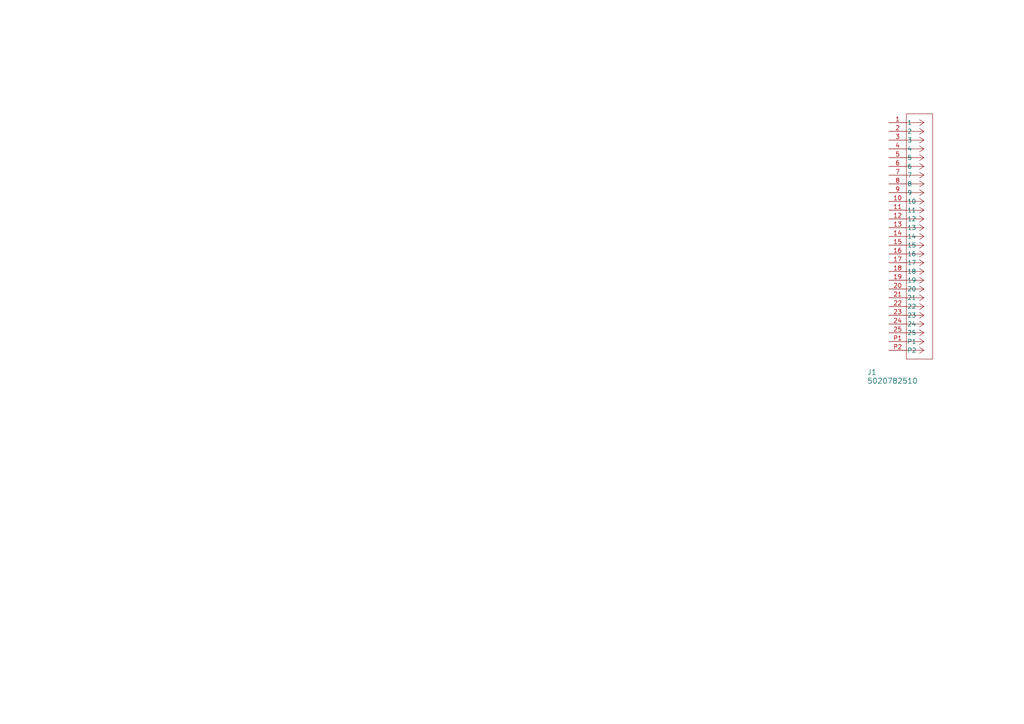
<source format=kicad_sch>
(kicad_sch (version 20230121) (generator eeschema)
  (paper "A4")
  (lib_symbols
    (symbol "2024-03-11_19-24-41:5020782510" (pin_names (offset 0.254))
      (property "Reference" "J" (at 8.89 6.35 0))
      (property "Value" "5020782510" (at -2.54 2.54 0))
      (symbol "5020782510_1_1"
        (polyline (pts (xy 5.08 -68.58) (xy 12.7 -68.58)) (stroke (width 0.127)))
        (polyline (pts (xy 5.08 2.54) (xy 5.08 -68.58)) (stroke (width 0.127)))
        (polyline (pts (xy 10.16 -66.04) (xy 5.08 -66.04)) (stroke (width 0.127)))
        (polyline (pts (xy 10.16 -66.04) (xy 8.89 -66.8867)) (stroke (width 0.127)))
        (polyline (pts (xy 10.16 -66.04) (xy 8.89 -65.1933)) (stroke (width 0.127)))
        (polyline (pts (xy 10.16 -63.5) (xy 5.08 -63.5)) (stroke (width 0.127)))
        (polyline (pts (xy 10.16 -63.5) (xy 8.89 -64.3467)) (stroke (width 0.127)))
        (polyline (pts (xy 10.16 -63.5) (xy 8.89 -62.6533)) (stroke (width 0.127)))
        (polyline (pts (xy 10.16 -60.96) (xy 5.08 -60.96)) (stroke (width 0.127)))
        (polyline (pts (xy 10.16 -60.96) (xy 8.89 -61.8067)) (stroke (width 0.127)))
        (polyline (pts (xy 10.16 -60.96) (xy 8.89 -60.1133)) (stroke (width 0.127)))
        (polyline (pts (xy 10.16 -58.42) (xy 5.08 -58.42)) (stroke (width 0.127)))
        (polyline (pts (xy 10.16 -58.42) (xy 8.89 -59.2667)) (stroke (width 0.127)))
        (polyline (pts (xy 10.16 -58.42) (xy 8.89 -57.5733)) (stroke (width 0.127)))
        (polyline (pts (xy 10.16 -55.88) (xy 5.08 -55.88)) (stroke (width 0.127)))
        (polyline (pts (xy 10.16 -55.88) (xy 8.89 -56.7267)) (stroke (width 0.127)))
        (polyline (pts (xy 10.16 -55.88) (xy 8.89 -55.0333)) (stroke (width 0.127)))
        (polyline (pts (xy 10.16 -53.34) (xy 5.08 -53.34)) (stroke (width 0.127)))
        (polyline (pts (xy 10.16 -53.34) (xy 8.89 -54.1867)) (stroke (width 0.127)))
        (polyline (pts (xy 10.16 -53.34) (xy 8.89 -52.4933)) (stroke (width 0.127)))
        (polyline (pts (xy 10.16 -50.8) (xy 5.08 -50.8)) (stroke (width 0.127)))
        (polyline (pts (xy 10.16 -50.8) (xy 8.89 -51.6467)) (stroke (width 0.127)))
        (polyline (pts (xy 10.16 -50.8) (xy 8.89 -49.9533)) (stroke (width 0.127)))
        (polyline (pts (xy 10.16 -48.26) (xy 5.08 -48.26)) (stroke (width 0.127)))
        (polyline (pts (xy 10.16 -48.26) (xy 8.89 -49.1067)) (stroke (width 0.127)))
        (polyline (pts (xy 10.16 -48.26) (xy 8.89 -47.4133)) (stroke (width 0.127)))
        (polyline (pts (xy 10.16 -45.72) (xy 5.08 -45.72)) (stroke (width 0.127)))
        (polyline (pts (xy 10.16 -45.72) (xy 8.89 -46.5667)) (stroke (width 0.127)))
        (polyline (pts (xy 10.16 -45.72) (xy 8.89 -44.8733)) (stroke (width 0.127)))
        (polyline (pts (xy 10.16 -43.18) (xy 5.08 -43.18)) (stroke (width 0.127)))
        (polyline (pts (xy 10.16 -43.18) (xy 8.89 -44.0267)) (stroke (width 0.127)))
        (polyline (pts (xy 10.16 -43.18) (xy 8.89 -42.3333)) (stroke (width 0.127)))
        (polyline (pts (xy 10.16 -40.64) (xy 5.08 -40.64)) (stroke (width 0.127)))
        (polyline (pts (xy 10.16 -40.64) (xy 8.89 -41.4867)) (stroke (width 0.127)))
        (polyline (pts (xy 10.16 -40.64) (xy 8.89 -39.7933)) (stroke (width 0.127)))
        (polyline (pts (xy 10.16 -38.1) (xy 5.08 -38.1)) (stroke (width 0.127)))
        (polyline (pts (xy 10.16 -38.1) (xy 8.89 -38.9467)) (stroke (width 0.127)))
        (polyline (pts (xy 10.16 -38.1) (xy 8.89 -37.2533)) (stroke (width 0.127)))
        (polyline (pts (xy 10.16 -35.56) (xy 5.08 -35.56)) (stroke (width 0.127)))
        (polyline (pts (xy 10.16 -35.56) (xy 8.89 -36.4067)) (stroke (width 0.127)))
        (polyline (pts (xy 10.16 -35.56) (xy 8.89 -34.7133)) (stroke (width 0.127)))
        (polyline (pts (xy 10.16 -33.02) (xy 5.08 -33.02)) (stroke (width 0.127)))
        (polyline (pts (xy 10.16 -33.02) (xy 8.89 -33.8667)) (stroke (width 0.127)))
        (polyline (pts (xy 10.16 -33.02) (xy 8.89 -32.1733)) (stroke (width 0.127)))
        (polyline (pts (xy 10.16 -30.48) (xy 5.08 -30.48)) (stroke (width 0.127)))
        (polyline (pts (xy 10.16 -30.48) (xy 8.89 -31.3267)) (stroke (width 0.127)))
        (polyline (pts (xy 10.16 -30.48) (xy 8.89 -29.6333)) (stroke (width 0.127)))
        (polyline (pts (xy 10.16 -27.94) (xy 5.08 -27.94)) (stroke (width 0.127)))
        (polyline (pts (xy 10.16 -27.94) (xy 8.89 -28.7867)) (stroke (width 0.127)))
        (polyline (pts (xy 10.16 -27.94) (xy 8.89 -27.0933)) (stroke (width 0.127)))
        (polyline (pts (xy 10.16 -25.4) (xy 5.08 -25.4)) (stroke (width 0.127)))
        (polyline (pts (xy 10.16 -25.4) (xy 8.89 -26.2467)) (stroke (width 0.127)))
        (polyline (pts (xy 10.16 -25.4) (xy 8.89 -24.5533)) (stroke (width 0.127)))
        (polyline (pts (xy 10.16 -22.86) (xy 5.08 -22.86)) (stroke (width 0.127)))
        (polyline (pts (xy 10.16 -22.86) (xy 8.89 -23.7067)) (stroke (width 0.127)))
        (polyline (pts (xy 10.16 -22.86) (xy 8.89 -22.0133)) (stroke (width 0.127)))
        (polyline (pts (xy 10.16 -20.32) (xy 5.08 -20.32)) (stroke (width 0.127)))
        (polyline (pts (xy 10.16 -20.32) (xy 8.89 -21.1667)) (stroke (width 0.127)))
        (polyline (pts (xy 10.16 -20.32) (xy 8.89 -19.4733)) (stroke (width 0.127)))
        (polyline (pts (xy 10.16 -17.78) (xy 5.08 -17.78)) (stroke (width 0.127)))
        (polyline (pts (xy 10.16 -17.78) (xy 8.89 -18.6267)) (stroke (width 0.127)))
        (polyline (pts (xy 10.16 -17.78) (xy 8.89 -16.9333)) (stroke (width 0.127)))
        (polyline (pts (xy 10.16 -15.24) (xy 5.08 -15.24)) (stroke (width 0.127)))
        (polyline (pts (xy 10.16 -15.24) (xy 8.89 -16.0867)) (stroke (width 0.127)))
        (polyline (pts (xy 10.16 -15.24) (xy 8.89 -14.3933)) (stroke (width 0.127)))
        (polyline (pts (xy 10.16 -12.7) (xy 5.08 -12.7)) (stroke (width 0.127)))
        (polyline (pts (xy 10.16 -12.7) (xy 8.89 -13.5467)) (stroke (width 0.127)))
        (polyline (pts (xy 10.16 -12.7) (xy 8.89 -11.8533)) (stroke (width 0.127)))
        (polyline (pts (xy 10.16 -10.16) (xy 5.08 -10.16)) (stroke (width 0.127)))
        (polyline (pts (xy 10.16 -10.16) (xy 8.89 -11.0067)) (stroke (width 0.127)))
        (polyline (pts (xy 10.16 -10.16) (xy 8.89 -9.3133)) (stroke (width 0.127)))
        (polyline (pts (xy 10.16 -7.62) (xy 5.08 -7.62)) (stroke (width 0.127)))
        (polyline (pts (xy 10.16 -7.62) (xy 8.89 -8.4667)) (stroke (width 0.127)))
        (polyline (pts (xy 10.16 -7.62) (xy 8.89 -6.7733)) (stroke (width 0.127)))
        (polyline (pts (xy 10.16 -5.08) (xy 5.08 -5.08)) (stroke (width 0.127)))
        (polyline (pts (xy 10.16 -5.08) (xy 8.89 -5.9267)) (stroke (width 0.127)))
        (polyline (pts (xy 10.16 -5.08) (xy 8.89 -4.2333)) (stroke (width 0.127)))
        (polyline (pts (xy 10.16 -2.54) (xy 5.08 -2.54)) (stroke (width 0.127)))
        (polyline (pts (xy 10.16 -2.54) (xy 8.89 -3.3867)) (stroke (width 0.127)))
        (polyline (pts (xy 10.16 -2.54) (xy 8.89 -1.6933)) (stroke (width 0.127)))
        (polyline (pts (xy 10.16 0) (xy 5.08 0)) (stroke (width 0.127)))
        (polyline (pts (xy 10.16 0) (xy 8.89 -0.8467)) (stroke (width 0.127)))
        (polyline (pts (xy 10.16 0) (xy 8.89 0.8467)) (stroke (width 0.127)))
        (polyline (pts (xy 12.7 -68.58) (xy 12.7 2.54)) (stroke (width 0.127)))
        (polyline (pts (xy 12.7 2.54) (xy 5.08 2.54)) (stroke (width 0.127)))
        (pin unspecified line (at 0 0 0) (length 5.08) (name "1") (number "1"))
        (pin unspecified line (at 0 -22.86 0) (length 5.08) (name "10") (number "10"))
        (pin unspecified line (at 0 -25.4 0) (length 5.08) (name "11") (number "11"))
        (pin unspecified line (at 0 -27.94 0) (length 5.08) (name "12") (number "12"))
        (pin unspecified line (at 0 -30.48 0) (length 5.08) (name "13") (number "13"))
        (pin unspecified line (at 0 -33.02 0) (length 5.08) (name "14") (number "14"))
        (pin unspecified line (at 0 -35.56 0) (length 5.08) (name "15") (number "15"))
        (pin unspecified line (at 0 -38.1 0) (length 5.08) (name "16") (number "16"))
        (pin unspecified line (at 0 -40.64 0) (length 5.08) (name "17") (number "17"))
        (pin unspecified line (at 0 -43.18 0) (length 5.08) (name "18") (number "18"))
        (pin unspecified line (at 0 -45.72 0) (length 5.08) (name "19") (number "19"))
        (pin unspecified line (at 0 -2.54 0) (length 5.08) (name "2") (number "2"))
        (pin unspecified line (at 0 -48.26 0) (length 5.08) (name "20") (number "20"))
        (pin unspecified line (at 0 -50.8 0) (length 5.08) (name "21") (number "21"))
        (pin unspecified line (at 0 -53.34 0) (length 5.08) (name "22") (number "22"))
        (pin unspecified line (at 0 -55.88 0) (length 5.08) (name "23") (number "23"))
        (pin unspecified line (at 0 -58.42 0) (length 5.08) (name "24") (number "24"))
        (pin unspecified line (at 0 -60.96 0) (length 5.08) (name "25") (number "25"))
        (pin unspecified line (at 0 -5.08 0) (length 5.08) (name "3") (number "3"))
        (pin unspecified line (at 0 -7.62 0) (length 5.08) (name "4") (number "4"))
        (pin unspecified line (at 0 -10.16 0) (length 5.08) (name "5") (number "5"))
        (pin unspecified line (at 0 -12.7 0) (length 5.08) (name "6") (number "6"))
        (pin unspecified line (at 0 -15.24 0) (length 5.08) (name "7") (number "7"))
        (pin unspecified line (at 0 -17.78 0) (length 5.08) (name "8") (number "8"))
        (pin unspecified line (at 0 -20.32 0) (length 5.08) (name "9") (number "9"))
        (pin unspecified line (at 0 -63.5 0) (length 5.08) (name "P1") (number "P1"))
        (pin unspecified line (at 0 -66.04 0) (length 5.08) (name "P2") (number "P2"))
      )
      (symbol "5020782510_1_2"
        (polyline (pts (xy 5.08 -68.58) (xy 12.7 -68.58)) (stroke (width 0.127)))
        (polyline (pts (xy 5.08 2.54) (xy 5.08 -68.58)) (stroke (width 0.127)))
        (polyline (pts (xy 7.62 -66.04) (xy 5.08 -66.04)) (stroke (width 0.127)))
        (polyline (pts (xy 7.62 -66.04) (xy 8.89 -66.8867)) (stroke (width 0.127)))
        (polyline (pts (xy 7.62 -66.04) (xy 8.89 -65.1933)) (stroke (width 0.127)))
        (polyline (pts (xy 7.62 -63.5) (xy 5.08 -63.5)) (stroke (width 0.127)))
        (polyline (pts (xy 7.62 -63.5) (xy 8.89 -64.3467)) (stroke (width 0.127)))
        (polyline (pts (xy 7.62 -63.5) (xy 8.89 -62.6533)) (stroke (width 0.127)))
        (polyline (pts (xy 7.62 -60.96) (xy 5.08 -60.96)) (stroke (width 0.127)))
        (polyline (pts (xy 7.62 -60.96) (xy 8.89 -61.8067)) (stroke (width 0.127)))
        (polyline (pts (xy 7.62 -60.96) (xy 8.89 -60.1133)) (stroke (width 0.127)))
        (polyline (pts (xy 7.62 -58.42) (xy 5.08 -58.42)) (stroke (width 0.127)))
        (polyline (pts (xy 7.62 -58.42) (xy 8.89 -59.2667)) (stroke (width 0.127)))
        (polyline (pts (xy 7.62 -58.42) (xy 8.89 -57.5733)) (stroke (width 0.127)))
        (polyline (pts (xy 7.62 -55.88) (xy 5.08 -55.88)) (stroke (width 0.127)))
        (polyline (pts (xy 7.62 -55.88) (xy 8.89 -56.7267)) (stroke (width 0.127)))
        (polyline (pts (xy 7.62 -55.88) (xy 8.89 -55.0333)) (stroke (width 0.127)))
        (polyline (pts (xy 7.62 -53.34) (xy 5.08 -53.34)) (stroke (width 0.127)))
        (polyline (pts (xy 7.62 -53.34) (xy 8.89 -54.1867)) (stroke (width 0.127)))
        (polyline (pts (xy 7.62 -53.34) (xy 8.89 -52.4933)) (stroke (width 0.127)))
        (polyline (pts (xy 7.62 -50.8) (xy 5.08 -50.8)) (stroke (width 0.127)))
        (polyline (pts (xy 7.62 -50.8) (xy 8.89 -51.6467)) (stroke (width 0.127)))
        (polyline (pts (xy 7.62 -50.8) (xy 8.89 -49.9533)) (stroke (width 0.127)))
        (polyline (pts (xy 7.62 -48.26) (xy 5.08 -48.26)) (stroke (width 0.127)))
        (polyline (pts (xy 7.62 -48.26) (xy 8.89 -49.1067)) (stroke (width 0.127)))
        (polyline (pts (xy 7.62 -48.26) (xy 8.89 -47.4133)) (stroke (width 0.127)))
        (polyline (pts (xy 7.62 -45.72) (xy 5.08 -45.72)) (stroke (width 0.127)))
        (polyline (pts (xy 7.62 -45.72) (xy 8.89 -46.5667)) (stroke (width 0.127)))
        (polyline (pts (xy 7.62 -45.72) (xy 8.89 -44.8733)) (stroke (width 0.127)))
        (polyline (pts (xy 7.62 -43.18) (xy 5.08 -43.18)) (stroke (width 0.127)))
        (polyline (pts (xy 7.62 -43.18) (xy 8.89 -44.0267)) (stroke (width 0.127)))
        (polyline (pts (xy 7.62 -43.18) (xy 8.89 -42.3333)) (stroke (width 0.127)))
        (polyline (pts (xy 7.62 -40.64) (xy 5.08 -40.64)) (stroke (width 0.127)))
        (polyline (pts (xy 7.62 -40.64) (xy 8.89 -41.4867)) (stroke (width 0.127)))
        (polyline (pts (xy 7.62 -40.64) (xy 8.89 -39.7933)) (stroke (width 0.127)))
        (polyline (pts (xy 7.62 -38.1) (xy 5.08 -38.1)) (stroke (width 0.127)))
        (polyline (pts (xy 7.62 -38.1) (xy 8.89 -38.9467)) (stroke (width 0.127)))
        (polyline (pts (xy 7.62 -38.1) (xy 8.89 -37.2533)) (stroke (width 0.127)))
        (polyline (pts (xy 7.62 -35.56) (xy 5.08 -35.56)) (stroke (width 0.127)))
        (polyline (pts (xy 7.62 -35.56) (xy 8.89 -36.4067)) (stroke (width 0.127)))
        (polyline (pts (xy 7.62 -35.56) (xy 8.89 -34.7133)) (stroke (width 0.127)))
        (polyline (pts (xy 7.62 -33.02) (xy 5.08 -33.02)) (stroke (width 0.127)))
        (polyline (pts (xy 7.62 -33.02) (xy 8.89 -33.8667)) (stroke (width 0.127)))
        (polyline (pts (xy 7.62 -33.02) (xy 8.89 -32.1733)) (stroke (width 0.127)))
        (polyline (pts (xy 7.62 -30.48) (xy 5.08 -30.48)) (stroke (width 0.127)))
        (polyline (pts (xy 7.62 -30.48) (xy 8.89 -31.3267)) (stroke (width 0.127)))
        (polyline (pts (xy 7.62 -30.48) (xy 8.89 -29.6333)) (stroke (width 0.127)))
        (polyline (pts (xy 7.62 -27.94) (xy 5.08 -27.94)) (stroke (width 0.127)))
        (polyline (pts (xy 7.62 -27.94) (xy 8.89 -28.7867)) (stroke (width 0.127)))
        (polyline (pts (xy 7.62 -27.94) (xy 8.89 -27.0933)) (stroke (width 0.127)))
        (polyline (pts (xy 7.62 -25.4) (xy 5.08 -25.4)) (stroke (width 0.127)))
        (polyline (pts (xy 7.62 -25.4) (xy 8.89 -26.2467)) (stroke (width 0.127)))
        (polyline (pts (xy 7.62 -25.4) (xy 8.89 -24.5533)) (stroke (width 0.127)))
        (polyline (pts (xy 7.62 -22.86) (xy 5.08 -22.86)) (stroke (width 0.127)))
        (polyline (pts (xy 7.62 -22.86) (xy 8.89 -23.7067)) (stroke (width 0.127)))
        (polyline (pts (xy 7.62 -22.86) (xy 8.89 -22.0133)) (stroke (width 0.127)))
        (polyline (pts (xy 7.62 -20.32) (xy 5.08 -20.32)) (stroke (width 0.127)))
        (polyline (pts (xy 7.62 -20.32) (xy 8.89 -21.1667)) (stroke (width 0.127)))
        (polyline (pts (xy 7.62 -20.32) (xy 8.89 -19.4733)) (stroke (width 0.127)))
        (polyline (pts (xy 7.62 -17.78) (xy 5.08 -17.78)) (stroke (width 0.127)))
        (polyline (pts (xy 7.62 -17.78) (xy 8.89 -18.6267)) (stroke (width 0.127)))
        (polyline (pts (xy 7.62 -17.78) (xy 8.89 -16.9333)) (stroke (width 0.127)))
        (polyline (pts (xy 7.62 -15.24) (xy 5.08 -15.24)) (stroke (width 0.127)))
        (polyline (pts (xy 7.62 -15.24) (xy 8.89 -16.0867)) (stroke (width 0.127)))
        (polyline (pts (xy 7.62 -15.24) (xy 8.89 -14.3933)) (stroke (width 0.127)))
        (polyline (pts (xy 7.62 -12.7) (xy 5.08 -12.7)) (stroke (width 0.127)))
        (polyline (pts (xy 7.62 -12.7) (xy 8.89 -13.5467)) (stroke (width 0.127)))
        (polyline (pts (xy 7.62 -12.7) (xy 8.89 -11.8533)) (stroke (width 0.127)))
        (polyline (pts (xy 7.62 -10.16) (xy 5.08 -10.16)) (stroke (width 0.127)))
        (polyline (pts (xy 7.62 -10.16) (xy 8.89 -11.0067)) (stroke (width 0.127)))
        (polyline (pts (xy 7.62 -10.16) (xy 8.89 -9.3133)) (stroke (width 0.127)))
        (polyline (pts (xy 7.62 -7.62) (xy 5.08 -7.62)) (stroke (width 0.127)))
        (polyline (pts (xy 7.62 -7.62) (xy 8.89 -8.4667)) (stroke (width 0.127)))
        (polyline (pts (xy 7.62 -7.62) (xy 8.89 -6.7733)) (stroke (width 0.127)))
        (polyline (pts (xy 7.62 -5.08) (xy 5.08 -5.08)) (stroke (width 0.127)))
        (polyline (pts (xy 7.62 -5.08) (xy 8.89 -5.9267)) (stroke (width 0.127)))
        (polyline (pts (xy 7.62 -5.08) (xy 8.89 -4.2333)) (stroke (width 0.127)))
        (polyline (pts (xy 7.62 -2.54) (xy 5.08 -2.54)) (stroke (width 0.127)))
        (polyline (pts (xy 7.62 -2.54) (xy 8.89 -3.3867)) (stroke (width 0.127)))
        (polyline (pts (xy 7.62 -2.54) (xy 8.89 -1.6933)) (stroke (width 0.127)))
        (polyline (pts (xy 7.62 0) (xy 5.08 0)) (stroke (width 0.127)))
        (polyline (pts (xy 7.62 0) (xy 8.89 -0.8467)) (stroke (width 0.127)))
        (polyline (pts (xy 7.62 0) (xy 8.89 0.8467)) (stroke (width 0.127)))
        (polyline (pts (xy 12.7 -68.58) (xy 12.7 2.54)) (stroke (width 0.127)))
        (polyline (pts (xy 12.7 2.54) (xy 5.08 2.54)) (stroke (width 0.127)))
        (pin unspecified line (at 0 0 0) (length 5.08) (name "1") (number "1"))
        (pin unspecified line (at 0 -22.86 0) (length 5.08) (name "10") (number "10"))
        (pin unspecified line (at 0 -25.4 0) (length 5.08) (name "11") (number "11"))
        (pin unspecified line (at 0 -27.94 0) (length 5.08) (name "12") (number "12"))
        (pin unspecified line (at 0 -30.48 0) (length 5.08) (name "13") (number "13"))
        (pin unspecified line (at 0 -33.02 0) (length 5.08) (name "14") (number "14"))
        (pin unspecified line (at 0 -35.56 0) (length 5.08) (name "15") (number "15"))
        (pin unspecified line (at 0 -38.1 0) (length 5.08) (name "16") (number "16"))
        (pin unspecified line (at 0 -40.64 0) (length 5.08) (name "17") (number "17"))
        (pin unspecified line (at 0 -43.18 0) (length 5.08) (name "18") (number "18"))
        (pin unspecified line (at 0 -45.72 0) (length 5.08) (name "19") (number "19"))
        (pin unspecified line (at 0 -2.54 0) (length 5.08) (name "2") (number "2"))
        (pin unspecified line (at 0 -48.26 0) (length 5.08) (name "20") (number "20"))
        (pin unspecified line (at 0 -50.8 0) (length 5.08) (name "21") (number "21"))
        (pin unspecified line (at 0 -53.34 0) (length 5.08) (name "22") (number "22"))
        (pin unspecified line (at 0 -55.88 0) (length 5.08) (name "23") (number "23"))
        (pin unspecified line (at 0 -58.42 0) (length 5.08) (name "24") (number "24"))
        (pin unspecified line (at 0 -60.96 0) (length 5.08) (name "25") (number "25"))
        (pin unspecified line (at 0 -5.08 0) (length 5.08) (name "3") (number "3"))
        (pin unspecified line (at 0 -7.62 0) (length 5.08) (name "4") (number "4"))
        (pin unspecified line (at 0 -10.16 0) (length 5.08) (name "5") (number "5"))
        (pin unspecified line (at 0 -12.7 0) (length 5.08) (name "6") (number "6"))
        (pin unspecified line (at 0 -15.24 0) (length 5.08) (name "7") (number "7"))
        (pin unspecified line (at 0 -17.78 0) (length 5.08) (name "8") (number "8"))
        (pin unspecified line (at 0 -20.32 0) (length 5.08) (name "9") (number "9"))
        (pin unspecified line (at 0 -63.5 0) (length 5.08) (name "P1") (number "P1"))
        (pin unspecified line (at 0 -66.04 0) (length 5.08) (name "P2") (number "P2"))
      )
    )
  )
  (symbol (lib_id "2024-03-11_19-24-41:5020782510") (at 257.81 35.56 0) (unit 1)
    (property "Reference" "J1" (at 251.46 107.95 0) (effects (font (size 1.524 1.524)) (justify left)))
    (property "Value" "5020782510" (at 251.46 110.49 0) (effects (font (size 1.524 1.524)) (justify left)))
    (property "Footprint" "CON_5020782510" (effects hide))
    (property "Datasheet" "5020782510" (effects hide))
  )
)
</source>
